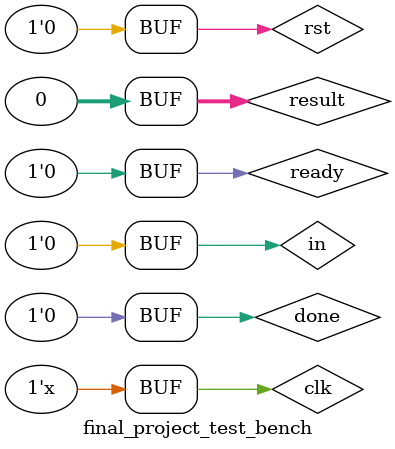
<source format=v>
`timescale 1ns / 1ps


module final_project_test_bench;

	// Inputs
	reg clk;
	reg rst;
	reg in;
	reg [31:0] result;
	reg ready;
	reg done;

	// Instantiate the Unit Under Test (UUT)
	FinalProject uut (
		.clk(clk), 
		.rst(rst), 
		.in(in), 
		.result(result), 
		.ready(ready), 
		.done(done)
	);

	initial begin
		// Initialize Inputs
		clk = 0;
		rst = 0;
		in = 0;
		result = 0;
		ready = 0;
		done = 0;

		// Wait 100 ns for global reset to finish
		#100;
		rst=1;
		#100;
		rst=0;
	   #100;
		// Add stimulus here

	end
	
	always begin
		#50;
		clk=~clk;
	end
      
endmodule


</source>
